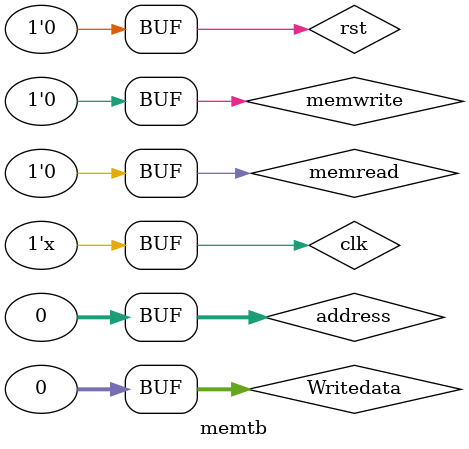
<source format=sv>

`timescale 1ns/1ns
module memtb();
  
  reg rst,clk, memread, memwrite;
  reg [31:0] address, Writedata, readdata;
  initial begin
  clk = 1;
  memread = 0;
  memwrite = 0;
  address = 32'b0;
  Writedata = 32'b0;
  
end
  always
    #50 clk = !clk;
  datamem uut(address, Writedata, clk,memread , memwrite , readdata );
 // RegisterFile uut(clk,rst,RegWrite,ReadReg1,ReadReg2,WriteReg, WriteData,ReadData1,ReadData2);

  initial begin
   rst =  1;
   #200
   rst = 0;
  // #30
  // RegWrite = 1;
  // WriteData = 32'd21;
  // #100
  // RegWrite = 0;
   
   
  end
endmodule


</source>
